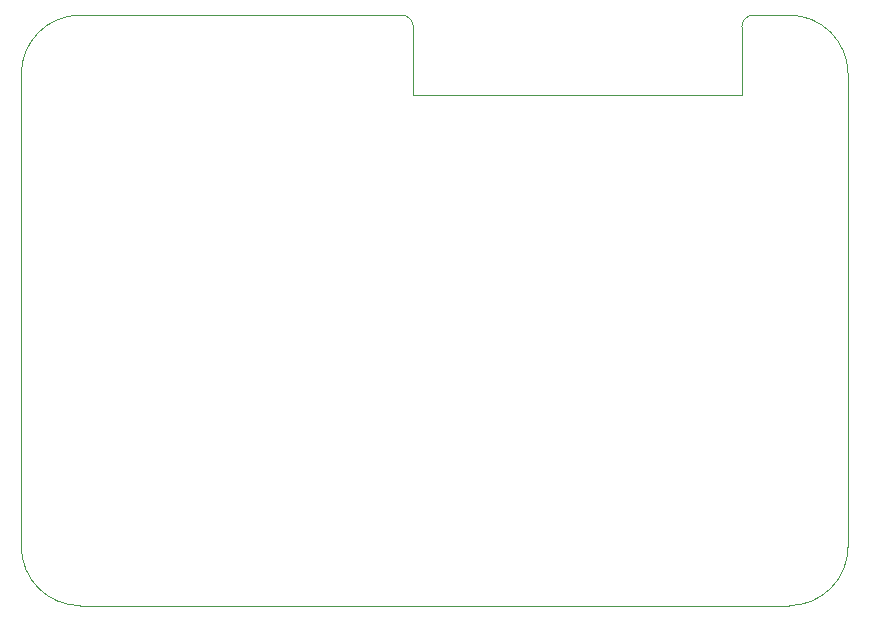
<source format=gbr>
%TF.GenerationSoftware,KiCad,Pcbnew,8.0.4-8.0.4-0~ubuntu22.04.1*%
%TF.CreationDate,2024-08-18T10:29:15-05:00*%
%TF.ProjectId,Doorbell with External ESP8266,446f6f72-6265-46c6-9c20-776974682045,v1.1*%
%TF.SameCoordinates,Original*%
%TF.FileFunction,Profile,NP*%
%FSLAX46Y46*%
G04 Gerber Fmt 4.6, Leading zero omitted, Abs format (unit mm)*
G04 Created by KiCad (PCBNEW 8.0.4-8.0.4-0~ubuntu22.04.1) date 2024-08-18 10:29:15*
%MOMM*%
%LPD*%
G01*
G04 APERTURE LIST*
%TA.AperFunction,Profile*%
%ADD10C,0.100000*%
%TD*%
G04 APERTURE END LIST*
D10*
X90000000Y-65000000D02*
X90000000Y-25000000D01*
X81000000Y-21000000D02*
X81000000Y-26800000D01*
X20000000Y-25000000D02*
X20000000Y-65000000D01*
X85000000Y-20000000D02*
G75*
G02*
X90000000Y-25000000I0J-5000000D01*
G01*
X25000000Y-20000000D02*
X52192893Y-20000000D01*
X20000000Y-25000000D02*
G75*
G02*
X25000000Y-20000000I5000000J0D01*
G01*
X25000000Y-70000000D02*
G75*
G02*
X20000000Y-65000000I0J5000000D01*
G01*
X90000000Y-65000000D02*
G75*
G02*
X85000000Y-70000000I-5000000J0D01*
G01*
X81000000Y-21000000D02*
G75*
G02*
X82007107Y-19992900I1007100J0D01*
G01*
X25000000Y-70000000D02*
X85000000Y-70000000D01*
X85000000Y-20000000D02*
X82007107Y-20000000D01*
X52192893Y-20000000D02*
G75*
G02*
X53192900Y-21000000I7J-1000000D01*
G01*
X53200000Y-26800000D02*
X81000000Y-26800000D01*
X53192893Y-21000000D02*
X53200000Y-26800000D01*
M02*

</source>
